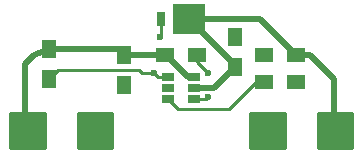
<source format=gtl>
G04 #@! TF.FileFunction,Copper,L1,Top,Signal*
%FSLAX46Y46*%
G04 Gerber Fmt 4.6, Leading zero omitted, Abs format (unit mm)*
G04 Created by KiCad (PCBNEW 4.0.0-rc2-stable) date 12/02/15 20:29:02*
%MOMM*%
G01*
G04 APERTURE LIST*
%ADD10C,0.100000*%
%ADD11R,1.250000X1.500000*%
%ADD12R,0.635000X1.270000*%
%ADD13R,2.670000X2.540000*%
%ADD14R,1.500000X1.300000*%
%ADD15R,1.060000X0.650000*%
%ADD16C,0.600000*%
%ADD17C,0.250000*%
%ADD18C,0.500000*%
%ADD19C,0.254000*%
G04 APERTURE END LIST*
D10*
D11*
X162814000Y-81554000D03*
X162814000Y-84054000D03*
X172212000Y-82530000D03*
X172212000Y-80030000D03*
D12*
X165925500Y-78486000D03*
D13*
X168276500Y-78486000D03*
D11*
X156464000Y-81046000D03*
X156464000Y-83546000D03*
D14*
X174672000Y-83820000D03*
X177372000Y-83820000D03*
X177372000Y-81534000D03*
X174672000Y-81534000D03*
D15*
X166540000Y-83378000D03*
X166540000Y-84328000D03*
X166540000Y-85278000D03*
X168740000Y-85278000D03*
X168740000Y-83378000D03*
X168740000Y-84328000D03*
D14*
X166290000Y-81534000D03*
X168990000Y-81534000D03*
D16*
X161544000Y-86868000D03*
X176022000Y-86868000D03*
X173736000Y-86868000D03*
X159258000Y-86868000D03*
X174672000Y-81534000D03*
X177372000Y-83820000D03*
X175006000Y-87884000D03*
X160274000Y-87884000D03*
X162814000Y-84054000D03*
X172212000Y-80010000D03*
X166624000Y-84328000D03*
X165354000Y-83058000D03*
X165862000Y-80010000D03*
X169926000Y-83058000D03*
X169926000Y-85090000D03*
D17*
X172212000Y-80010000D02*
X172212000Y-80030000D01*
X166540000Y-84328000D02*
X166624000Y-84328000D01*
D18*
X156464000Y-81046000D02*
X162306000Y-81046000D01*
X162306000Y-81046000D02*
X162814000Y-81554000D01*
X156464000Y-81046000D02*
X155174000Y-81554000D01*
X155174000Y-81554000D02*
X154432000Y-82296000D01*
X154432000Y-82296000D02*
X154432000Y-87630000D01*
D17*
X166290000Y-81534000D02*
X166370000Y-81534000D01*
D18*
X166370000Y-81534000D02*
X168214000Y-83378000D01*
D17*
X168214000Y-83378000D02*
X168740000Y-83378000D01*
D18*
X162814000Y-81554000D02*
X166270000Y-81554000D01*
D17*
X166270000Y-81554000D02*
X166290000Y-81534000D01*
D18*
X177372000Y-81534000D02*
X178562000Y-81534000D01*
X180594000Y-83566000D02*
X180594000Y-87630000D01*
X178562000Y-81534000D02*
X180594000Y-83566000D01*
X168276500Y-78486000D02*
X174324000Y-78486000D01*
X174324000Y-78486000D02*
X177372000Y-81534000D01*
X172212000Y-82530000D02*
X172212000Y-82421500D01*
X172212000Y-82421500D02*
X168276500Y-78486000D01*
X168740000Y-84328000D02*
X170414000Y-84328000D01*
X170414000Y-84328000D02*
X172212000Y-82530000D01*
D17*
X165354000Y-83058000D02*
X164338000Y-83058000D01*
X157206000Y-82804000D02*
X156464000Y-83546000D01*
X164084000Y-82804000D02*
X157206000Y-82804000D01*
X164338000Y-83058000D02*
X164084000Y-82804000D01*
X165925500Y-79946500D02*
X165862000Y-80010000D01*
X165925500Y-78486000D02*
X165925500Y-79946500D01*
X165674000Y-83378000D02*
X166540000Y-83378000D01*
X165354000Y-83058000D02*
X165674000Y-83378000D01*
X174672000Y-83820000D02*
X173990000Y-83820000D01*
X173990000Y-83820000D02*
X171704000Y-86106000D01*
X171704000Y-86106000D02*
X167368000Y-86106000D01*
X167368000Y-86106000D02*
X166540000Y-85278000D01*
X168990000Y-81534000D02*
X168990000Y-82122000D01*
X168990000Y-82122000D02*
X169926000Y-83058000D01*
X169926000Y-85090000D02*
X169738000Y-85278000D01*
X169738000Y-85278000D02*
X168740000Y-85278000D01*
D19*
G36*
X176403000Y-89408000D02*
X173482000Y-89408000D01*
X173482000Y-86487000D01*
X176403000Y-86487000D01*
X176403000Y-89408000D01*
X176403000Y-89408000D01*
G37*
X176403000Y-89408000D02*
X173482000Y-89408000D01*
X173482000Y-86487000D01*
X176403000Y-86487000D01*
X176403000Y-89408000D01*
G36*
X182118000Y-89408000D02*
X179197000Y-89408000D01*
X179197000Y-86487000D01*
X182118000Y-86487000D01*
X182118000Y-89408000D01*
X182118000Y-89408000D01*
G37*
X182118000Y-89408000D02*
X179197000Y-89408000D01*
X179197000Y-86487000D01*
X182118000Y-86487000D01*
X182118000Y-89408000D01*
G36*
X156083000Y-89408000D02*
X153162000Y-89408000D01*
X153162000Y-86487000D01*
X156083000Y-86487000D01*
X156083000Y-89408000D01*
X156083000Y-89408000D01*
G37*
X156083000Y-89408000D02*
X153162000Y-89408000D01*
X153162000Y-86487000D01*
X156083000Y-86487000D01*
X156083000Y-89408000D01*
G36*
X161798000Y-89408000D02*
X158877000Y-89408000D01*
X158877000Y-86487000D01*
X161798000Y-86487000D01*
X161798000Y-89408000D01*
X161798000Y-89408000D01*
G37*
X161798000Y-89408000D02*
X158877000Y-89408000D01*
X158877000Y-86487000D01*
X161798000Y-86487000D01*
X161798000Y-89408000D01*
M02*

</source>
